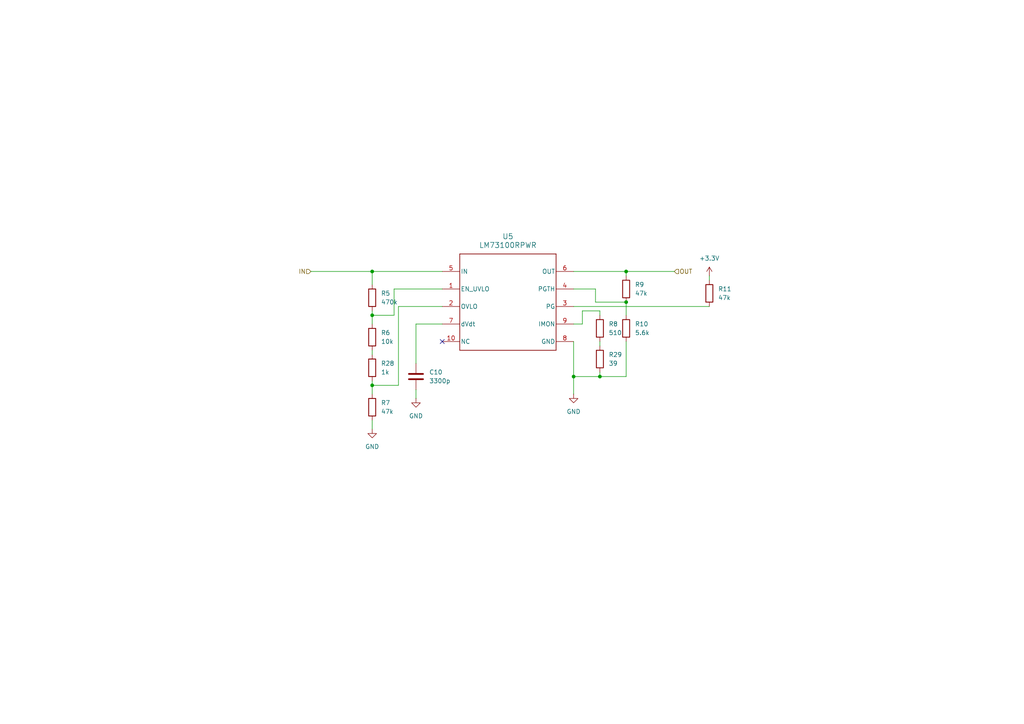
<source format=kicad_sch>
(kicad_sch (version 20231120) (generator "eeschema") (generator_version "8.0")
  (paper "A4")
  (title_block (title "Ideal Diode") (date "2025-01-16") (company "University of Alberta") (comment 1 "Max Schatz") (comment 2 "Steven Sager") (comment 3 "Tejas Ravish") (comment 4 "Damien Huskic"))
  (lib_symbols
    (symbol "Capstone:LM73100RPWR" (pin_names (offset 0.254))
      (property "Reference" "U" (at 6.096 6.604 0))
      (property "Value" "LM73100RPWR" (at 18.288 6.35 0))
      (symbol "LM73100RPWR_0_1"
        (polyline (pts (xy 5.08 -22.86) (xy 33.02 -22.86)) (stroke (width 0.2032)))
        (polyline (pts (xy 5.08 5.08) (xy 5.08 -22.86)) (stroke (width 0.2032)))
        (polyline (pts (xy 33.02 -22.86) (xy 33.02 5.08)) (stroke (width 0.2032)))
        (polyline (pts (xy 33.02 5.08) (xy 5.08 5.08)) (stroke (width 0.2032)))
        (pin input line (at 0 -5.08 0) (length 5.08) (name "EN_UVLO") (number "1"))
        (pin unspecified line (at 0 -20.32 0) (length 5.08) (name "NC") (number "10"))
        (pin input line (at 0 -10.16 0) (length 5.08) (name "OVLO") (number "2"))
        (pin output line (at 38.1 -10.16 180) (length 5.08) (name "PG") (number "3"))
        (pin input line (at 38.1 -5.08 180) (length 5.08) (name "PGTH") (number "4"))
        (pin power_in line (at 0 0 0) (length 5.08) (name "IN") (number "5"))
        (pin power_in line (at 38.1 0 180) (length 5.08) (name "OUT") (number "6"))
        (pin output line (at 0 -15.24 0) (length 5.08) (name "dVdt") (number "7"))
        (pin power_in line (at 38.1 -20.32 180) (length 5.08) (name "GND") (number "8"))
        (pin output line (at 38.1 -15.24 180) (length 5.08) (name "IMON") (number "9"))
      )
    )
    (symbol "Device:C" (pin_numbers hide) (pin_names (offset 0.254))
      (property "Reference" "C" (at 0.635 2.54 0))
      (property "Value" "C" (at 0.635 -2.54 0))
      (symbol "C_0_1"
        (polyline (pts (xy -2.032 -0.762) (xy 2.032 -0.762)) (stroke (width 0.508)))
        (polyline (pts (xy -2.032 0.762) (xy 2.032 0.762)) (stroke (width 0.508)))
      )
      (symbol "C_1_1"
        (pin passive line (at 0 3.81 270) (length 2.794) (name "~") (number "1"))
        (pin passive line (at 0 -3.81 90) (length 2.794) (name "~") (number "2"))
      )
    )
    (symbol "Device:R" (pin_numbers hide) (pin_names (offset 0))
      (property "Reference" "R" (at 2.032 0 90))
      (property "Value" "R" (at 0 0 90))
      (symbol "R_0_1"
        (rectangle (start -1.016 -2.54) (end 1.016 2.54) (stroke (width 0.254)))
      )
      (symbol "R_1_1"
        (pin passive line (at 0 3.81 270) (length 1.27) (name "~") (number "1"))
        (pin passive line (at 0 -3.81 90) (length 1.27) (name "~") (number "2"))
      )
    )
    (symbol "power:+3.3V" (power) (pin_numbers hide) (pin_names (offset 0) hide)
      (property "Value" "+3.3V" (at 0 3.556 0))
      (symbol "+3.3V_0_1"
        (polyline (pts (xy -0.762 1.27) (xy 0 2.54)))
        (polyline (pts (xy 0 0) (xy 0 2.54)))
        (polyline (pts (xy 0 2.54) (xy 0.762 1.27)))
      )
      (symbol "+3.3V_1_1"
        (pin power_in line (at 0 0 90) (length 0) (name "~") (number "1"))
      )
    )
    (symbol "power:GND" (power) (pin_numbers hide) (pin_names (offset 0) hide)
      (property "Value" "GND" (at 0 -3.81 0))
      (symbol "GND_0_1"
        (polyline (pts (xy 0 0) (xy 0 -1.27) (xy 1.27 -1.27) (xy 0 -2.54) (xy -1.27 -1.27) (xy 0 -1.27)))
      )
      (symbol "GND_1_1"
        (pin power_in line (at 0 0 270) (length 0) (name "~") (number "1"))
      )
    )
  )
  (junction (at 107.95 111.76))
  (junction (at 107.95 78.74))
  (junction (at 166.37 109.22))
  (junction (at 107.95 91.44))
  (junction (at 181.61 87.63))
  (junction (at 173.99 109.22))
  (junction (at 181.61 78.74))
  (no_connect (at 128.27 99.06))
  (wire (pts (xy 181.61 109.22) (xy 181.61 99.06)))
  (wire (pts (xy 181.61 78.74) (xy 195.58 78.74)))
  (wire (pts (xy 166.37 109.22) (xy 166.37 114.3)))
  (wire (pts (xy 128.27 83.82) (xy 114.3 83.82)))
  (wire (pts (xy 173.99 100.33) (xy 173.99 99.06)))
  (wire (pts (xy 168.91 90.17) (xy 173.99 90.17)))
  (wire (pts (xy 172.72 87.63) (xy 181.61 87.63)))
  (wire (pts (xy 205.74 80.01) (xy 205.74 81.28)))
  (wire (pts (xy 107.95 111.76) (xy 107.95 114.3)))
  (wire (pts (xy 107.95 91.44) (xy 107.95 93.98)))
  (wire (pts (xy 173.99 109.22) (xy 181.61 109.22)))
  (wire (pts (xy 107.95 78.74) (xy 107.95 82.55)))
  (wire (pts (xy 181.61 78.74) (xy 181.61 80.01)))
  (wire (pts (xy 107.95 110.49) (xy 107.95 111.76)))
  (wire (pts (xy 115.57 88.9) (xy 115.57 111.76)))
  (wire (pts (xy 120.65 113.03) (xy 120.65 115.57)))
  (wire (pts (xy 90.17 78.74) (xy 107.95 78.74)))
  (wire (pts (xy 166.37 109.22) (xy 166.37 99.06)))
  (wire (pts (xy 115.57 111.76) (xy 107.95 111.76)))
  (wire (pts (xy 107.95 121.92) (xy 107.95 124.46)))
  (wire (pts (xy 166.37 78.74) (xy 181.61 78.74)))
  (wire (pts (xy 120.65 93.98) (xy 120.65 105.41)))
  (wire (pts (xy 114.3 91.44) (xy 107.95 91.44)))
  (wire (pts (xy 173.99 90.17) (xy 173.99 91.44)))
  (wire (pts (xy 181.61 87.63) (xy 181.61 91.44)))
  (wire (pts (xy 172.72 83.82) (xy 172.72 87.63)))
  (wire (pts (xy 128.27 93.98) (xy 120.65 93.98)))
  (wire (pts (xy 168.91 93.98) (xy 168.91 90.17)))
  (wire (pts (xy 107.95 101.6) (xy 107.95 102.87)))
  (wire (pts (xy 173.99 109.22) (xy 173.99 107.95)))
  (wire (pts (xy 166.37 109.22) (xy 173.99 109.22)))
  (wire (pts (xy 128.27 88.9) (xy 115.57 88.9)))
  (wire (pts (xy 114.3 83.82) (xy 114.3 91.44)))
  (wire (pts (xy 166.37 88.9) (xy 205.74 88.9)))
  (wire (pts (xy 107.95 90.17) (xy 107.95 91.44)))
  (wire (pts (xy 166.37 93.98) (xy 168.91 93.98)))
  (wire (pts (xy 166.37 83.82) (xy 172.72 83.82)))
  (wire (pts (xy 107.95 78.74) (xy 128.27 78.74)))
  (hierarchical_label "IN" (shape input) (at 90.17 78.74 180))
  (hierarchical_label "OUT" (shape input) (at 195.58 78.74 0))
  (symbol (lib_id "Device:R") (at 173.99 95.25 0) (unit 1)
    (property "Reference" "R8" (at 176.53 93.9799 0) (effects (justify left)))
    (property "Value" "510" (at 176.53 96.5199 0) (effects (justify left)))
    (property "Footprint" "Resistor_SMD:R_1206_3216Metric_Pad1.30x1.75mm_HandSolder" (effects (hide yes)))
    (property "Description" "Resistor" (effects (hide yes)))
  )
  (symbol (lib_id "Device:R") (at 181.61 83.82 0) (unit 1)
    (property "Reference" "R9" (at 184.15 82.5499 0) (effects (justify left)))
    (property "Value" "47k" (at 184.15 85.0899 0) (effects (justify left)))
    (property "Footprint" "Resistor_SMD:R_1206_3216Metric_Pad1.30x1.75mm_HandSolder" (effects (hide yes)))
    (property "Description" "Resistor" (effects (hide yes)))
  )
  (symbol (lib_id "Device:R") (at 107.95 86.36 0) (unit 1)
    (property "Reference" "R5" (at 110.49 85.0899 0) (effects (justify left)))
    (property "Value" "470k" (at 110.49 87.6299 0) (effects (justify left)))
    (property "Footprint" "Resistor_SMD:R_1206_3216Metric_Pad1.30x1.75mm_HandSolder" (effects (hide yes)))
    (property "Description" "Resistor" (effects (hide yes)))
  )
  (symbol (lib_id "Capstone:LM73100RPWR") (at 128.27 78.74 0) (unit 1)
    (property "Reference" "U5" (at 147.32 68.58 0) (effects (font (size 1.524 1.524))))
    (property "Value" "LM73100RPWR" (at 147.32 71.12 0) (effects (font (size 1.524 1.524))))
    (property "Footprint" "Capstone:RPW0010A-MFG" (effects (hide yes)))
    (property "Datasheet" "LM73100RPWR" (effects (hide yes)))
  )
  (symbol (lib_id "power:GND") (at 120.65 115.57 0) (unit 1)
    (property "Reference" "#PWR016" (effects (hide yes)))
    (property "Value" "GND" (at 120.65 120.65 0))
    (property "Description" "Power symbol creates a global label with name \"GND\" , ground" (effects (hide yes)))
  )
  (symbol (lib_id "Device:R") (at 107.95 118.11 0) (unit 1)
    (property "Reference" "R7" (at 110.49 116.8399 0) (effects (justify left)))
    (property "Value" "47k" (at 110.49 119.3799 0) (effects (justify left)))
    (property "Footprint" "Resistor_SMD:R_1206_3216Metric_Pad1.30x1.75mm_HandSolder" (effects (hide yes)))
    (property "Description" "Resistor" (effects (hide yes)))
  )
  (symbol (lib_id "power:GND") (at 107.95 124.46 0) (unit 1)
    (property "Reference" "#PWR015" (effects (hide yes)))
    (property "Value" "GND" (at 107.95 129.54 0))
    (property "Description" "Power symbol creates a global label with name \"GND\" , ground" (effects (hide yes)))
  )
  (symbol (lib_id "Device:R") (at 107.95 106.68 0) (unit 1)
    (property "Reference" "R28" (at 110.49 105.4099 0) (effects (justify left)))
    (property "Value" "1k" (at 110.49 107.9499 0) (effects (justify left)))
    (property "Footprint" "Resistor_SMD:R_1206_3216Metric_Pad1.30x1.75mm_HandSolder" (effects (hide yes)))
    (property "Description" "Resistor" (effects (hide yes)))
  )
  (symbol (lib_id "Device:R") (at 107.95 97.79 0) (unit 1)
    (property "Reference" "R6" (at 110.49 96.5199 0) (effects (justify left)))
    (property "Value" "10k" (at 110.49 99.0599 0) (effects (justify left)))
    (property "Footprint" "Capacitor_SMD:C_1206_3216Metric_Pad1.33x1.80mm_HandSolder" (effects (hide yes)))
    (property "Description" "Resistor" (effects (hide yes)))
  )
  (symbol (lib_id "Device:R") (at 205.74 85.09 0) (unit 1)
    (property "Reference" "R11" (at 208.28 83.8199 0) (effects (justify left)))
    (property "Value" "47k" (at 208.28 86.3599 0) (effects (justify left)))
    (property "Footprint" "Resistor_SMD:R_1206_3216Metric_Pad1.30x1.75mm_HandSolder" (effects (hide yes)))
    (property "Description" "Resistor" (effects (hide yes)))
  )
  (symbol (lib_id "power:+3.3V") (at 205.74 80.01 0) (unit 1)
    (property "Reference" "#PWR018" (effects (hide yes)))
    (property "Value" "+3.3V" (at 205.74 74.93 0))
    (property "Description" "Power symbol creates a global label with name \"+3.3V\"" (effects (hide yes)))
  )
  (symbol (lib_id "Device:R") (at 181.61 95.25 0) (unit 1)
    (property "Reference" "R10" (at 184.15 93.9799 0) (effects (justify left)))
    (property "Value" "5.6k" (at 184.15 96.5199 0) (effects (justify left)))
    (property "Footprint" "Resistor_SMD:R_1206_3216Metric_Pad1.30x1.75mm_HandSolder" (effects (hide yes)))
    (property "Description" "Resistor" (effects (hide yes)))
  )
  (symbol (lib_id "Device:R") (at 173.99 104.14 0) (unit 1)
    (property "Reference" "R29" (at 176.53 102.8699 0) (effects (justify left)))
    (property "Value" "39" (at 176.53 105.4099 0) (effects (justify left)))
    (property "Footprint" "Resistor_SMD:R_1206_3216Metric_Pad1.30x1.75mm_HandSolder" (effects (hide yes)))
    (property "Description" "Resistor" (effects (hide yes)))
  )
  (symbol (lib_id "Device:C") (at 120.65 109.22 0) (unit 1)
    (property "Reference" "C10" (at 124.46 107.9499 0) (effects (justify left)))
    (property "Value" "3300p" (at 124.46 110.4899 0) (effects (justify left)))
    (property "Footprint" "Capacitor_SMD:C_1206_3216Metric_Pad1.33x1.80mm_HandSolder" (effects (hide yes)))
    (property "Description" "Unpolarized capacitor" (effects (hide yes)))
  )
  (symbol (lib_id "power:GND") (at 166.37 114.3 0) (unit 1)
    (property "Reference" "#PWR017" (effects (hide yes)))
    (property "Value" "GND" (at 166.37 119.38 0))
    (property "Description" "Power symbol creates a global label with name \"GND\" , ground" (effects (hide yes)))
  )
)
</source>
